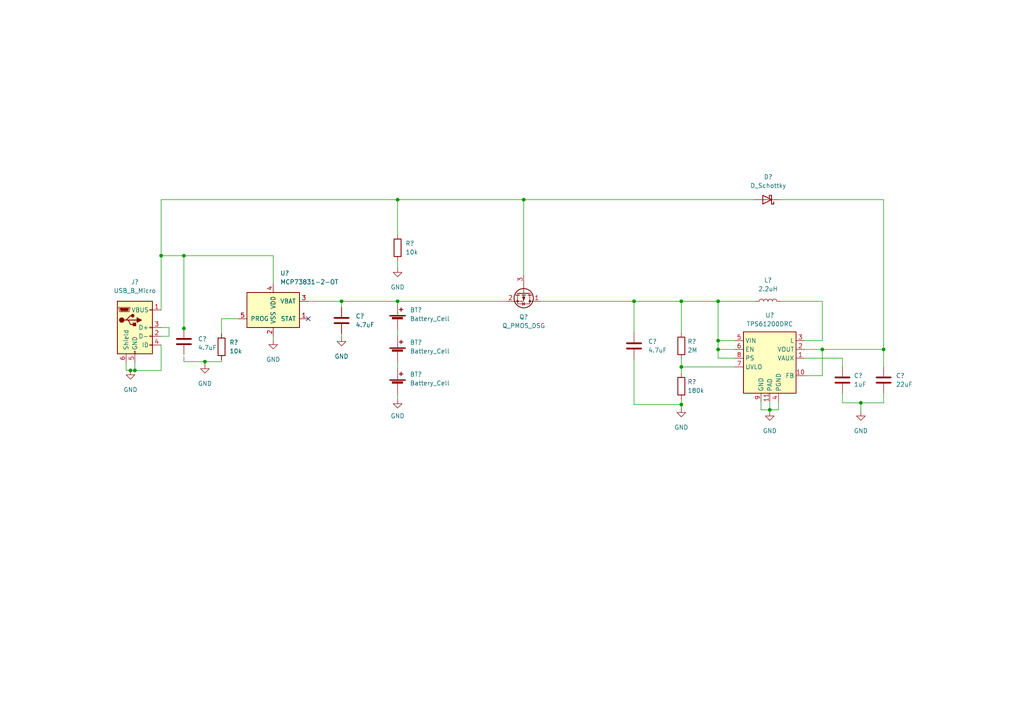
<source format=kicad_sch>
(kicad_sch (version 20211123) (generator eeschema)
  (paper "A4")
  (lib_symbols
    (symbol "Battery_Management:MCP73831-2-OT" (pin_names (offset 1.016))
      (property "Reference" "U" (at -7.62 6.35 0))
      (property "Value" "MCP73831-2-OT" (at 1.27 6.35 0))
      (symbol "MCP73831-2-OT_0_1"
        (rectangle (start -7.62 5.08) (end 7.62 -5.08) (stroke (width 0.254)) (fill (type background)))
      )
      (symbol "MCP73831-2-OT_1_1"
        (pin output line (at 10.16 -2.54 180) (length 2.54) (name "STAT") (number "1"))
        (pin power_in line (at 0 -7.62 90) (length 2.54) (name "VSS") (number "2"))
        (pin power_out line (at 10.16 2.54 180) (length 2.54) (name "VBAT") (number "3"))
        (pin power_in line (at 0 7.62 270) (length 2.54) (name "VDD") (number "4"))
        (pin input line (at -10.16 -2.54 0) (length 2.54) (name "PROG") (number "5"))
      )
    )
    (symbol "Connector:USB_B_Micro" (pin_names (offset 1.016))
      (property "Reference" "J" (at -5.08 11.43 0))
      (property "Value" "USB_B_Micro" (at -5.08 8.89 0))
      (symbol "USB_B_Micro_0_1"
        (rectangle (start -5.08 -7.62) (end 5.08 7.62) (stroke (width 0.254)) (fill (type background)))
        (circle (center -3.81 2.159) (radius 0.635) (stroke (width 0.254)) (fill (type outline)))
        (circle (center -0.635 3.429) (radius 0.381) (stroke (width 0.254)) (fill (type outline)))
        (rectangle (start -0.127 -7.62) (end 0.127 -6.858))
        (polyline (pts (xy -1.905 2.159) (xy 0.635 2.159)) (stroke (width 0.254)))
        (polyline (pts (xy -3.175 2.159) (xy -2.54 2.159) (xy -1.27 3.429) (xy -0.635 3.429)) (stroke (width 0.254)))
        (polyline (pts (xy -2.54 2.159) (xy -1.905 2.159) (xy -1.27 0.889) (xy 0 0.889)) (stroke (width 0.254)))
        (polyline (pts (xy 0.635 2.794) (xy 0.635 1.524) (xy 1.905 2.159) (xy 0.635 2.794)) (stroke (width 0.254)) (fill (type outline)))
        (polyline (pts (xy -4.318 5.588) (xy -1.778 5.588) (xy -2.032 4.826) (xy -4.064 4.826) (xy -4.318 5.588)) (fill (type outline)))
        (polyline (pts (xy -4.699 5.842) (xy -4.699 5.588) (xy -4.445 4.826) (xy -4.445 4.572) (xy -1.651 4.572) (xy -1.651 4.826) (xy -1.397 5.588) (xy -1.397 5.842) (xy -4.699 5.842)))
        (rectangle (start 0.254 1.27) (end -0.508 0.508) (stroke (width 0.254)) (fill (type outline)))
        (rectangle (start 5.08 -5.207) (end 4.318 -4.953))
        (rectangle (start 5.08 -2.667) (end 4.318 -2.413))
        (rectangle (start 5.08 -0.127) (end 4.318 0.127))
        (rectangle (start 5.08 4.953) (end 4.318 5.207))
      )
      (symbol "USB_B_Micro_1_1"
        (pin power_out line (at 7.62 5.08 180) (length 2.54) (name "VBUS") (number "1"))
        (pin bidirectional line (at 7.62 -2.54 180) (length 2.54) (name "D-") (number "2"))
        (pin bidirectional line (at 7.62 0 180) (length 2.54) (name "D+") (number "3"))
        (pin passive line (at 7.62 -5.08 180) (length 2.54) (name "ID") (number "4"))
        (pin power_out line (at 0 -10.16 90) (length 2.54) (name "GND") (number "5"))
        (pin passive line (at -2.54 -10.16 90) (length 2.54) (name "Shield") (number "6"))
      )
    )
    (symbol "Device:Battery_Cell" (pin_numbers hide) (pin_names (offset 0) hide)
      (property "Reference" "BT" (at 2.54 2.54 0))
      (property "Value" "Battery_Cell" (at 2.54 0 0))
      (symbol "Battery_Cell_0_1"
        (rectangle (start -2.286 1.778) (end 2.286 1.524) (fill (type outline)))
        (rectangle (start -1.5748 1.1938) (end 1.4732 0.6858) (fill (type outline)))
        (polyline (pts (xy 0 0.762) (xy 0 0)))
        (polyline (pts (xy 0 1.778) (xy 0 2.54)))
        (polyline (pts (xy 0.508 3.429) (xy 1.524 3.429)) (stroke (width 0.254)))
        (polyline (pts (xy 1.016 3.937) (xy 1.016 2.921)) (stroke (width 0.254)))
      )
      (symbol "Battery_Cell_1_1"
        (pin passive line (at 0 5.08 270) (length 2.54) (name "+") (number "1"))
        (pin passive line (at 0 -2.54 90) (length 2.54) (name "-") (number "2"))
      )
    )
    (symbol "Device:C" (pin_numbers hide) (pin_names (offset 0.254))
      (property "Reference" "C" (at 0.635 2.54 0))
      (property "Value" "C" (at 0.635 -2.54 0))
      (symbol "C_0_1"
        (polyline (pts (xy -2.032 -0.762) (xy 2.032 -0.762)) (stroke (width 0.508)))
        (polyline (pts (xy -2.032 0.762) (xy 2.032 0.762)) (stroke (width 0.508)))
      )
      (symbol "C_1_1"
        (pin passive line (at 0 3.81 270) (length 2.794) (name "~") (number "1"))
        (pin passive line (at 0 -3.81 90) (length 2.794) (name "~") (number "2"))
      )
    )
    (symbol "Device:D_Schottky" (pin_numbers hide) (pin_names (offset 1.016) hide)
      (property "Reference" "D" (at 0 2.54 0))
      (property "Value" "D_Schottky" (at 0 -2.54 0))
      (symbol "D_Schottky_0_1"
        (polyline (pts (xy 1.27 0) (xy -1.27 0)))
        (polyline (pts (xy 1.27 1.27) (xy 1.27 -1.27) (xy -1.27 0) (xy 1.27 1.27)) (stroke (width 0.254)))
        (polyline (pts (xy -1.905 0.635) (xy -1.905 1.27) (xy -1.27 1.27) (xy -1.27 -1.27) (xy -0.635 -1.27) (xy -0.635 -0.635)) (stroke (width 0.254)))
      )
      (symbol "D_Schottky_1_1"
        (pin passive line (at -3.81 0 0) (length 2.54) (name "K") (number "1"))
        (pin passive line (at 3.81 0 180) (length 2.54) (name "A") (number "2"))
      )
    )
    (symbol "Device:L" (pin_numbers hide) (pin_names (offset 1.016) hide)
      (property "Reference" "L" (at -1.27 0 90))
      (property "Value" "L" (at 1.905 0 90))
      (symbol "L_0_1"
        (arc (start 0 -2.54) (mid 0.635 -1.905) (end 0 -1.27))
        (arc (start 0 -1.27) (mid 0.635 -0.635) (end 0 0))
        (arc (start 0 0) (mid 0.635 0.635) (end 0 1.27))
        (arc (start 0 1.27) (mid 0.635 1.905) (end 0 2.54))
      )
      (symbol "L_1_1"
        (pin passive line (at 0 3.81 270) (length 1.27) (name "1") (number "1"))
        (pin passive line (at 0 -3.81 90) (length 1.27) (name "2") (number "2"))
      )
    )
    (symbol "Device:Q_PMOS_DSG" (pin_names (offset 0) hide)
      (property "Reference" "Q" (at 5.08 1.27 0))
      (property "Value" "Q_PMOS_DSG" (at 5.08 -1.27 0))
      (symbol "Q_PMOS_DSG_0_1"
        (polyline (pts (xy 0.254 0) (xy -2.54 0)))
        (polyline (pts (xy 0.254 1.905) (xy 0.254 -1.905)) (stroke (width 0.254)))
        (polyline (pts (xy 0.762 -1.27) (xy 0.762 -2.286)) (stroke (width 0.254)))
        (polyline (pts (xy 0.762 0.508) (xy 0.762 -0.508)) (stroke (width 0.254)))
        (polyline (pts (xy 0.762 2.286) (xy 0.762 1.27)) (stroke (width 0.254)))
        (polyline (pts (xy 2.54 2.54) (xy 2.54 1.778)))
        (polyline (pts (xy 2.54 -2.54) (xy 2.54 0) (xy 0.762 0)))
        (polyline (pts (xy 0.762 1.778) (xy 3.302 1.778) (xy 3.302 -1.778) (xy 0.762 -1.778)))
        (polyline (pts (xy 2.286 0) (xy 1.27 0.381) (xy 1.27 -0.381) (xy 2.286 0)) (fill (type outline)))
        (polyline (pts (xy 2.794 -0.508) (xy 2.921 -0.381) (xy 3.683 -0.381) (xy 3.81 -0.254)))
        (polyline (pts (xy 3.302 -0.381) (xy 2.921 0.254) (xy 3.683 0.254) (xy 3.302 -0.381)))
        (circle (center 1.651 0) (radius 2.794) (stroke (width 0.254)))
        (circle (center 2.54 -1.778) (radius 0.254) (fill (type outline)))
        (circle (center 2.54 1.778) (radius 0.254) (fill (type outline)))
      )
      (symbol "Q_PMOS_DSG_1_1"
        (pin passive line (at 2.54 5.08 270) (length 2.54) (name "D") (number "1"))
        (pin passive line (at 2.54 -5.08 90) (length 2.54) (name "S") (number "2"))
        (pin input line (at -5.08 0 0) (length 2.54) (name "G") (number "3"))
      )
    )
    (symbol "Device:R" (pin_numbers hide) (pin_names (offset 0))
      (property "Reference" "R" (at 2.032 0 90))
      (property "Value" "R" (at 0 0 90))
      (symbol "R_0_1"
        (rectangle (start -1.016 -2.54) (end 1.016 2.54) (stroke (width 0.254)))
      )
      (symbol "R_1_1"
        (pin passive line (at 0 3.81 270) (length 1.27) (name "~") (number "1"))
        (pin passive line (at 0 -3.81 90) (length 1.27) (name "~") (number "2"))
      )
    )
    (symbol "Regulator_Switching:TPS61200DRC"
      (property "Reference" "U" (at -10.16 8.89 0))
      (property "Value" "TPS61200DRC" (at -2.54 8.89 0))
      (symbol "TPS61200DRC_0_1"
        (rectangle (start -7.62 7.62) (end 7.62 -10.16) (stroke (width 0.254)) (fill (type background)))
      )
      (symbol "TPS61200DRC_1_1"
        (pin bidirectional line (at 10.16 0 180) (length 2.54) (name "VAUX") (number "1"))
        (pin input line (at 10.16 -5.08 180) (length 2.54) (name "FB") (number "10"))
        (pin power_in line (at 0 -12.7 90) (length 2.54) (name "PAD") (number "11"))
        (pin power_out line (at 10.16 2.54 180) (length 2.54) (name "VOUT") (number "2"))
        (pin input line (at 10.16 5.08 180) (length 2.54) (name "L") (number "3"))
        (pin power_in line (at 2.54 -12.7 90) (length 2.54) (name "PGND") (number "4"))
        (pin power_in line (at -10.16 5.08 0) (length 2.54) (name "VIN") (number "5"))
        (pin input line (at -10.16 2.54 0) (length 2.54) (name "EN") (number "6"))
        (pin input line (at -10.16 -2.54 0) (length 2.54) (name "UVLO") (number "7"))
        (pin input line (at -10.16 0 0) (length 2.54) (name "PS") (number "8"))
        (pin power_in line (at -2.54 -12.7 90) (length 2.54) (name "GND") (number "9"))
      )
    )
    (symbol "power:GND" (power) (pin_names (offset 0))
      (property "Value" "GND" (at 0 -3.81 0))
      (symbol "GND_0_1"
        (polyline (pts (xy 0 0) (xy 0 -1.27) (xy 1.27 -1.27) (xy 0 -2.54) (xy -1.27 -1.27) (xy 0 -1.27)))
      )
      (symbol "GND_1_1"
        (pin power_in line (at 0 0 270) (length 0) hide (name "GND") (number "1"))
      )
    )
  )
  (junction (at 39.116 107.442))
  (junction (at 208.28 98.806))
  (junction (at 115.316 87.376))
  (junction (at 99.06 87.376))
  (junction (at 151.892 57.912))
  (junction (at 53.34 95.25))
  (junction (at 238.506 101.346))
  (junction (at 249.682 116.84))
  (junction (at 197.612 106.426))
  (junction (at 223.266 118.872))
  (junction (at 197.612 117.348))
  (junction (at 37.846 107.442))
  (junction (at 59.436 104.902))
  (junction (at 115.316 57.912))
  (junction (at 208.28 87.376))
  (junction (at 208.28 101.346))
  (junction (at 46.736 74.168))
  (junction (at 183.896 87.376))
  (junction (at 197.612 87.376))
  (junction (at 256.286 101.346))
  (junction (at 53.34 74.168))
  (no_connect (at 89.408 92.456))
  (wire (pts (xy 39.116 107.442) (xy 46.736 107.442)))
  (wire (pts (xy 197.612 104.14) (xy 197.612 106.426)))
  (wire (pts (xy 197.612 87.376) (xy 208.28 87.376)))
  (wire (pts (xy 99.06 96.774) (xy 99.06 97.79)))
  (wire (pts (xy 115.316 87.376) (xy 115.316 88.138)))
  (wire (pts (xy 37.846 107.442) (xy 39.116 107.442)))
  (wire (pts (xy 256.286 101.346) (xy 256.286 106.426)))
  (wire (pts (xy 46.736 57.912) (xy 46.736 74.168)))
  (wire (pts (xy 49.022 94.996) (xy 49.022 97.536)))
  (wire (pts (xy 115.316 95.758) (xy 115.316 97.536)))
  (wire (pts (xy 183.896 104.14) (xy 183.896 117.348)))
  (wire (pts (xy 183.896 96.52) (xy 183.896 87.376)))
  (wire (pts (xy 115.316 75.692) (xy 115.316 77.724)))
  (wire (pts (xy 220.726 116.586) (xy 220.726 118.872)))
  (wire (pts (xy 183.896 117.348) (xy 197.612 117.348)))
  (wire (pts (xy 183.896 87.376) (xy 197.612 87.376)))
  (wire (pts (xy 79.248 82.296) (xy 79.248 74.168)))
  (wire (pts (xy 49.022 97.536) (xy 46.736 97.536)))
  (wire (pts (xy 223.266 119.38) (xy 223.266 118.872)))
  (wire (pts (xy 53.34 74.168) (xy 79.248 74.168)))
  (wire (pts (xy 197.612 106.426) (xy 213.106 106.426)))
  (wire (pts (xy 233.426 103.886) (xy 244.348 103.886)))
  (wire (pts (xy 233.426 108.966) (xy 238.506 108.966)))
  (wire (pts (xy 46.736 74.168) (xy 53.34 74.168)))
  (wire (pts (xy 208.28 101.346) (xy 213.106 101.346)))
  (wire (pts (xy 223.266 116.586) (xy 223.266 118.872)))
  (wire (pts (xy 225.806 116.586) (xy 225.806 118.872)))
  (wire (pts (xy 208.28 98.806) (xy 208.28 101.346)))
  (wire (pts (xy 208.28 87.376) (xy 208.28 98.806)))
  (wire (pts (xy 53.34 95.25) (xy 53.34 95.758)))
  (wire (pts (xy 115.316 87.376) (xy 146.812 87.376)))
  (wire (pts (xy 208.28 101.346) (xy 208.28 103.886)))
  (wire (pts (xy 64.262 92.456) (xy 69.088 92.456)))
  (wire (pts (xy 115.316 105.156) (xy 115.316 106.807)))
  (wire (pts (xy 225.806 118.872) (xy 223.266 118.872)))
  (wire (pts (xy 39.116 105.156) (xy 39.116 107.442)))
  (wire (pts (xy 36.576 105.156) (xy 36.576 107.442)))
  (wire (pts (xy 115.316 57.912) (xy 115.316 68.072)))
  (wire (pts (xy 208.28 87.376) (xy 218.948 87.376)))
  (wire (pts (xy 46.736 100.076) (xy 46.736 107.442)))
  (wire (pts (xy 256.286 116.84) (xy 249.682 116.84)))
  (wire (pts (xy 151.892 57.912) (xy 218.694 57.912)))
  (wire (pts (xy 238.506 98.806) (xy 233.426 98.806)))
  (wire (pts (xy 53.34 103.378) (xy 53.34 104.902)))
  (wire (pts (xy 99.06 87.376) (xy 99.06 89.154)))
  (wire (pts (xy 244.348 103.886) (xy 244.348 106.426)))
  (wire (pts (xy 53.34 104.902) (xy 59.436 104.902)))
  (wire (pts (xy 238.506 87.376) (xy 238.506 98.806)))
  (wire (pts (xy 53.34 74.168) (xy 53.34 95.25)))
  (wire (pts (xy 115.316 114.427) (xy 115.316 115.824)))
  (wire (pts (xy 197.612 96.52) (xy 197.612 87.376)))
  (wire (pts (xy 226.314 57.912) (xy 256.286 57.912)))
  (wire (pts (xy 256.286 114.046) (xy 256.286 116.84)))
  (wire (pts (xy 64.262 104.394) (xy 64.262 104.902)))
  (wire (pts (xy 238.506 101.346) (xy 238.506 108.966)))
  (wire (pts (xy 115.316 57.912) (xy 151.892 57.912)))
  (wire (pts (xy 220.726 118.872) (xy 223.266 118.872)))
  (wire (pts (xy 208.28 98.806) (xy 213.106 98.806)))
  (wire (pts (xy 244.348 114.046) (xy 244.348 116.84)))
  (wire (pts (xy 64.262 104.902) (xy 59.436 104.902)))
  (wire (pts (xy 256.286 101.346) (xy 238.506 101.346)))
  (wire (pts (xy 46.736 74.168) (xy 46.736 89.916)))
  (wire (pts (xy 197.612 106.426) (xy 197.612 108.204)))
  (wire (pts (xy 64.262 96.774) (xy 64.262 92.456)))
  (wire (pts (xy 244.348 116.84) (xy 249.682 116.84)))
  (wire (pts (xy 151.892 57.912) (xy 151.892 79.756)))
  (wire (pts (xy 249.682 116.84) (xy 249.682 119.38)))
  (wire (pts (xy 46.736 57.912) (xy 115.316 57.912)))
  (wire (pts (xy 213.106 103.886) (xy 208.28 103.886)))
  (wire (pts (xy 197.612 117.348) (xy 197.612 118.364)))
  (wire (pts (xy 226.568 87.376) (xy 238.506 87.376)))
  (wire (pts (xy 156.972 87.376) (xy 183.896 87.376)))
  (wire (pts (xy 256.286 57.912) (xy 256.286 101.346)))
  (wire (pts (xy 197.612 115.824) (xy 197.612 117.348)))
  (wire (pts (xy 46.736 94.996) (xy 49.022 94.996)))
  (wire (pts (xy 79.248 97.536) (xy 79.248 98.679)))
  (wire (pts (xy 233.426 101.346) (xy 238.506 101.346)))
  (wire (pts (xy 59.436 104.902) (xy 59.436 105.664)))
  (wire (pts (xy 36.576 107.442) (xy 37.846 107.442)))
  (wire (pts (xy 99.06 87.376) (xy 115.316 87.376)))
  (wire (pts (xy 89.408 87.376) (xy 99.06 87.376)))
  (symbol (lib_id "power:GND") (at 99.06 97.79 0) (unit 1)
    (property "Reference" "#PWR?" (effects hide))
    (property "Value" "GND" (at 99.06 103.378 0))
  )
  (symbol (lib_id "Device:L") (at 222.758 87.376 90) (unit 1)
    (property "Reference" "L?" (at 222.758 81.28 90))
    (property "Value" "2.2uH" (at 222.758 83.82 90))
  )
  (symbol (lib_id "power:GND") (at 115.316 115.824 0) (unit 1)
    (property "Reference" "#PWR?" (effects hide))
    (property "Value" "GND" (at 115.316 120.65 0))
  )
  (symbol (lib_id "Device:Q_PMOS_DSG") (at 151.892 84.836 270) (unit 1)
    (property "Reference" "Q?" (at 151.892 91.948 90))
    (property "Value" "Q_PMOS_DSG" (at 151.892 94.488 90))
  )
  (symbol (lib_id "Device:C") (at 99.06 92.964 0) (unit 1)
    (property "Reference" "C?" (at 103.124 91.6939 0) (effects (justify left)))
    (property "Value" "4.7uF" (at 103.124 94.2339 0) (effects (justify left)))
  )
  (symbol (lib_id "Device:D_Schottky") (at 222.504 57.912 180) (unit 1)
    (property "Reference" "D?" (at 222.8215 51.308 0))
    (property "Value" "D_Schottky" (at 222.8215 53.848 0))
  )
  (symbol (lib_id "Device:C") (at 183.896 100.33 0) (unit 1)
    (property "Reference" "C?" (at 187.96 99.0599 0) (effects (justify left)))
    (property "Value" "4.7uF" (at 187.96 101.5999 0) (effects (justify left)))
  )
  (symbol (lib_id "Device:C") (at 256.286 110.236 0) (unit 1)
    (property "Reference" "C?" (at 259.842 108.9659 0) (effects (justify left)))
    (property "Value" "22uF" (at 259.842 111.5059 0) (effects (justify left)))
  )
  (symbol (lib_id "power:GND") (at 197.612 118.364 0) (unit 1)
    (property "Reference" "#PWR?" (effects hide))
    (property "Value" "GND" (at 197.612 123.952 0))
  )
  (symbol (lib_id "Battery_Management:MCP73831-2-OT") (at 79.248 89.916 0) (unit 1)
    (property "Reference" "U?" (at 81.2674 79.248 0) (effects (justify left)))
    (property "Value" "MCP73831-2-OT" (at 81.2674 81.788 0) (effects (justify left)))
    (property "Footprint" "Package_TO_SOT_SMD:SOT-23-5" (effects hide))
    (property "Datasheet" "http://ww1.microchip.com/downloads/en/DeviceDoc/20001984g.pdf" (effects hide))
  )
  (symbol (lib_id "Connector:USB_B_Micro") (at 39.116 94.996 0) (unit 1)
    (property "Reference" "J?" (at 39.116 81.788 0))
    (property "Value" "USB_B_Micro" (at 39.116 84.328 0))
  )
  (symbol (lib_id "Device:Battery_Cell") (at 115.316 102.616 0) (unit 1)
    (property "Reference" "BT?" (at 118.872 99.3139 0) (effects (justify left)))
    (property "Value" "Battery_Cell" (at 118.872 101.8539 0) (effects (justify left)))
  )
  (symbol (lib_id "Device:R") (at 115.316 71.882 0) (unit 1)
    (property "Reference" "R?" (at 117.602 70.6119 0) (effects (justify left)))
    (property "Value" "10k" (at 117.602 73.1519 0) (effects (justify left)))
  )
  (symbol (lib_id "power:GND") (at 59.436 105.664 0) (unit 1)
    (property "Reference" "#PWR?" (effects hide))
    (property "Value" "GND" (at 59.436 111.252 0))
  )
  (symbol (lib_id "Device:C") (at 244.348 110.236 0) (unit 1)
    (property "Reference" "C?" (at 247.65 108.9659 0) (effects (justify left)))
    (property "Value" "1uF" (at 247.65 111.5059 0) (effects (justify left)))
  )
  (symbol (lib_id "Device:Battery_Cell") (at 115.316 93.218 0) (unit 1)
    (property "Reference" "BT?" (at 118.872 89.9159 0) (effects (justify left)))
    (property "Value" "Battery_Cell" (at 118.872 92.4559 0) (effects (justify left)))
  )
  (symbol (lib_id "Device:C") (at 53.34 99.06 0) (unit 1)
    (property "Reference" "C?" (at 57.404 98.2979 0) (effects (justify left)))
    (property "Value" "4.7uF" (at 57.404 100.8379 0) (effects (justify left)))
  )
  (symbol (lib_id "Device:Battery_Cell") (at 115.316 111.887 0) (unit 1)
    (property "Reference" "BT?" (at 118.872 108.5849 0) (effects (justify left)))
    (property "Value" "Battery_Cell" (at 118.872 111.1249 0) (effects (justify left)))
  )
  (symbol (lib_id "Regulator_Switching:TPS61200DRC") (at 223.266 103.886 0) (unit 1)
    (property "Reference" "U?" (at 223.266 91.44 0))
    (property "Value" "TPS61200DRC" (at 223.266 93.98 0))
    (property "Footprint" "Package_SON:Texas_S-PVSON-N10_ThermalVias" (effects hide))
    (property "Datasheet" "http://www.ti.com/lit/ds/symlink/tps61200.pdf" (effects hide))
  )
  (symbol (lib_id "power:GND") (at 223.266 119.38 0) (unit 1)
    (property "Reference" "#PWR?" (effects hide))
    (property "Value" "GND" (at 223.266 124.968 0))
  )
  (symbol (lib_id "power:GND") (at 79.248 98.679 0) (unit 1)
    (property "Reference" "#PWR?" (effects hide))
    (property "Value" "GND" (at 79.248 104.267 0))
  )
  (symbol (lib_id "Device:R") (at 64.262 100.584 180) (unit 1)
    (property "Reference" "R?" (at 66.548 99.3139 0) (effects (justify right)))
    (property "Value" "10k" (at 66.548 101.8539 0) (effects (justify right)))
  )
  (symbol (lib_id "power:GND") (at 115.316 77.724 0) (unit 1)
    (property "Reference" "#PWR?" (effects hide))
    (property "Value" "GND" (at 115.316 83.312 0))
  )
  (symbol (lib_id "power:GND") (at 249.682 119.38 0) (unit 1)
    (property "Reference" "#PWR?" (effects hide))
    (property "Value" "GND" (at 249.682 124.968 0))
  )
  (symbol (lib_id "power:GND") (at 37.846 107.442 0) (unit 1)
    (property "Reference" "#PWR?" (effects hide))
    (property "Value" "GND" (at 37.846 113.03 0))
  )
  (symbol (lib_id "Device:R") (at 197.612 112.014 0) (unit 1)
    (property "Reference" "R?" (at 199.39 110.7439 0) (effects (justify left)))
    (property "Value" "180k" (at 199.39 113.2839 0) (effects (justify left)))
  )
  (symbol (lib_id "Device:R") (at 197.612 100.33 0) (unit 1)
    (property "Reference" "R?" (at 199.39 99.0599 0) (effects (justify left)))
    (property "Value" "2M" (at 199.39 101.5999 0) (effects (justify left)))
  )
)
</source>
